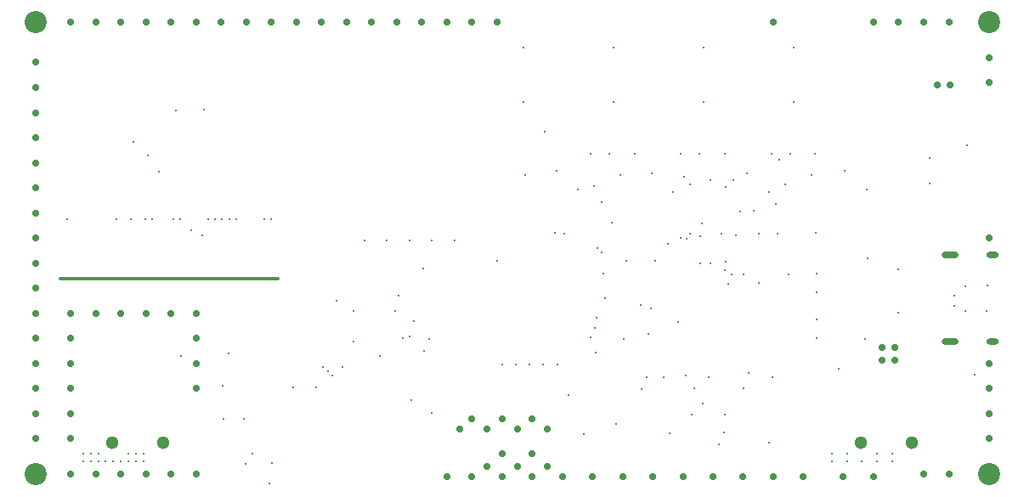
<source format=gbr>
%TF.GenerationSoftware,Altium Limited,Altium Designer,21.0.9 (235)*%
G04 Layer_Color=0*
%FSLAX45Y45*%
%MOMM*%
%TF.SameCoordinates,23D9C264-9E25-4532-ABEF-1D24AEF7D3CB*%
%TF.FilePolarity,Positive*%
%TF.FileFunction,Plated,1,4,PTH,Drill*%
%TF.Part,Single*%
G01*
G75*
%TA.AperFunction,ComponentDrill*%
%ADD156C,0.70000*%
%ADD157C,0.70000*%
%ADD158C,1.30000*%
%TA.AperFunction,OtherDrill,Pad Free-2 (2.5mm,2.5mm)*%
%ADD159C,2.20000*%
%TA.AperFunction,OtherDrill,Pad Free-2 (97.5mm,2.5mm)*%
%ADD160C,2.20000*%
%TA.AperFunction,OtherDrill,Pad Free-2 (97.5mm,47.5mm)*%
%ADD161C,2.20000*%
%TA.AperFunction,OtherDrill,Pad Free-2 (2.5mm,47.5mm)*%
%ADD162C,2.20000*%
%TA.AperFunction,ComponentDrill*%
%ADD163O,1.20000X0.60000*%
%ADD164O,1.70000X0.60000*%
%ADD165O,22.00000X0.40000*%
%TA.AperFunction,ViaDrill,NotFilled*%
%ADD166C,0.30000*%
%ADD167C,0.71120*%
D156*
X8686500Y1513500D02*
D03*
X8813500D02*
D03*
X8686500Y1386500D02*
D03*
X8813500D02*
D03*
D157*
X9363500Y4125000D02*
D03*
X9236500D02*
D03*
D158*
X8476000Y558800D02*
D03*
X8984000D02*
D03*
X1016000D02*
D03*
X1524000D02*
D03*
D159*
X250000Y250000D02*
D03*
D160*
X9750000D02*
D03*
D161*
Y4750000D02*
D03*
D162*
X250000D02*
D03*
D163*
X9782000Y1568000D02*
D03*
Y2432000D02*
D03*
D164*
X9364000D02*
D03*
Y1568000D02*
D03*
D165*
X1584500Y2197600D02*
D03*
D166*
X7155180Y2141220D02*
D03*
X9158180Y3146000D02*
D03*
X9160300Y3400000D02*
D03*
X9531140Y3527000D02*
D03*
X8516620Y1590040D02*
D03*
X8532940Y3082500D02*
D03*
X7555840Y3057500D02*
D03*
X7203440Y3180080D02*
D03*
X6605880Y3057500D02*
D03*
X5657500Y3082500D02*
D03*
X8250000Y1300000D02*
D03*
X8185000Y450000D02*
D03*
X8335000D02*
D03*
X8185000Y375000D02*
D03*
X8335000D02*
D03*
X8485000D02*
D03*
X8635000D02*
D03*
X8785000Y450000D02*
D03*
X8635000D02*
D03*
X8785000Y375000D02*
D03*
X1325000D02*
D03*
X1175000Y450000D02*
D03*
X1250000D02*
D03*
X1325000D02*
D03*
X1250000Y375000D02*
D03*
X1175000D02*
D03*
X1100000D02*
D03*
X1025000D02*
D03*
X950000D02*
D03*
X875000D02*
D03*
X800000D02*
D03*
X725000D02*
D03*
X875000Y450000D02*
D03*
X800000D02*
D03*
X725000D02*
D03*
X2327500Y800000D02*
D03*
X2122500D02*
D03*
X7660000Y3380000D02*
D03*
X8542500Y2397500D02*
D03*
X5890000Y2957500D02*
D03*
X5992500Y2755000D02*
D03*
X1225000Y3557500D02*
D03*
X1372500Y3420000D02*
D03*
X1925000Y3877500D02*
D03*
X1650000Y3875000D02*
D03*
X7063100Y546900D02*
D03*
X7557500Y560000D02*
D03*
X7359969Y1256446D02*
D03*
X6887500Y2747500D02*
D03*
X6739189Y2590458D02*
D03*
X6675000Y2601510D02*
D03*
X6140000Y2372500D02*
D03*
X5927500Y2000000D02*
D03*
X5560202Y1032500D02*
D03*
X6957502Y1210203D02*
D03*
X9605000Y1235202D02*
D03*
X8842502Y1860205D02*
D03*
Y2289800D02*
D03*
X8019999Y3439800D02*
D03*
X7767498D02*
D03*
X7582499D02*
D03*
X7120001D02*
D03*
X6867500D02*
D03*
X6682501D02*
D03*
X6219998D02*
D03*
X5967501D02*
D03*
X5782498D02*
D03*
X5320000Y3660201D02*
D03*
X5130002Y3227299D02*
D03*
X5439797Y3267502D02*
D03*
X6079998Y3227299D02*
D03*
X6389796Y3242502D02*
D03*
X6709999Y3209798D02*
D03*
X7339800Y3242502D02*
D03*
X7979999Y3227299D02*
D03*
X8314799Y3267502D02*
D03*
X8022422Y2654899D02*
D03*
X6727100Y1227500D02*
D03*
X6815000Y1100000D02*
D03*
X7302500D02*
D03*
X6032297Y750001D02*
D03*
X5785201Y1607500D02*
D03*
X5910204Y2242500D02*
D03*
X7592502Y1210203D02*
D03*
X6507500D02*
D03*
X7267499Y2860203D02*
D03*
X7082500Y2639797D02*
D03*
X7642499D02*
D03*
X7457501D02*
D03*
X5832500Y1460200D02*
D03*
X6785204Y842498D02*
D03*
X6564798Y657499D02*
D03*
X5839800Y1805000D02*
D03*
X6114796Y1594998D02*
D03*
X5710204Y645003D02*
D03*
X8037500Y1602500D02*
D03*
Y1792500D02*
D03*
X7757500Y2237500D02*
D03*
X8037500Y2057500D02*
D03*
Y2242500D02*
D03*
X3911600Y1600200D02*
D03*
X3864970Y2029460D02*
D03*
X1478280Y3258820D02*
D03*
X6873240Y2347870D02*
D03*
X5847080Y2500270D02*
D03*
X5890260Y2458720D02*
D03*
X6972300Y2346960D02*
D03*
X6288099Y1091259D02*
D03*
X6337300Y1216660D02*
D03*
X6654800Y1765300D02*
D03*
X6774180Y3131820D02*
D03*
X5819140Y3119120D02*
D03*
X6423660Y2374900D02*
D03*
X6550660Y2545080D02*
D03*
X6769100Y2639800D02*
D03*
X5521661Y2646320D02*
D03*
X7127240Y3106420D02*
D03*
X7724140Y3130910D02*
D03*
X6875780Y2616200D02*
D03*
X7625080Y2938780D02*
D03*
X7226300Y2628900D02*
D03*
X7406640Y2872740D02*
D03*
X7124700Y2362200D02*
D03*
X7455398Y2149963D02*
D03*
X7122160Y2279460D02*
D03*
X7307580Y2237740D02*
D03*
X7188030Y2237910D02*
D03*
X6378310Y1899550D02*
D03*
X6283960Y1930400D02*
D03*
X6972300Y3180080D02*
D03*
X9730800Y1869440D02*
D03*
X9731948Y2124338D02*
D03*
X9514840Y2120900D02*
D03*
X6355080Y1648460D02*
D03*
X5824220Y1701800D02*
D03*
X4173530Y1592270D02*
D03*
X7117080Y840740D02*
D03*
X7106920Y660400D02*
D03*
X3305699Y1315000D02*
D03*
X1700000Y1425000D02*
D03*
X4424680Y2575560D02*
D03*
X5427980Y2654300D02*
D03*
X3246120Y1978660D02*
D03*
X3205480Y1229360D02*
D03*
X4196080Y858520D02*
D03*
X3116183Y1318260D02*
D03*
X3162300Y1272540D02*
D03*
X2606040Y355600D02*
D03*
X3975000Y2575000D02*
D03*
X4200000D02*
D03*
X3750000D02*
D03*
X3525000D02*
D03*
X2341880Y353060D02*
D03*
X2410460Y449580D02*
D03*
X3683450Y1425200D02*
D03*
X5173980Y1338580D02*
D03*
X5311140D02*
D03*
X5036820D02*
D03*
X5448300D02*
D03*
X4899660D02*
D03*
X7807960Y3954780D02*
D03*
Y4500880D02*
D03*
X6911340Y3952240D02*
D03*
Y4498340D02*
D03*
X6009640Y3952240D02*
D03*
Y4498340D02*
D03*
X568960Y2786380D02*
D03*
X1059180D02*
D03*
X1201420D02*
D03*
X1343660D02*
D03*
X1409700D02*
D03*
X1620520D02*
D03*
X1689100D02*
D03*
X1968500D02*
D03*
X2039620D02*
D03*
X2110740D02*
D03*
X2600960D02*
D03*
X2529840D02*
D03*
X2250440D02*
D03*
X2179320D02*
D03*
X5110480Y4498340D02*
D03*
Y3952240D02*
D03*
X2176780Y1450340D02*
D03*
X4018280Y1767840D02*
D03*
X3830320Y1877060D02*
D03*
X4853940Y2376640D02*
D03*
X9514840Y1871980D02*
D03*
X2583180Y152400D02*
D03*
X6901360Y954220D02*
D03*
X1798320Y2677160D02*
D03*
X1913890Y2622867D02*
D03*
X4117340Y2299780D02*
D03*
X4119880Y1474940D02*
D03*
X3992880Y988060D02*
D03*
X3975100Y1620520D02*
D03*
X3416300Y1874520D02*
D03*
X3416100Y1572340D02*
D03*
X3048000Y1107440D02*
D03*
X2821940D02*
D03*
X2115820Y1125220D02*
D03*
X9403440Y2024380D02*
D03*
X9405620Y1925320D02*
D03*
D167*
X4350000Y225000D02*
D03*
X4475000Y700000D02*
D03*
X5350000D02*
D03*
Y325000D02*
D03*
X5050000D02*
D03*
X4750000D02*
D03*
X5050000Y700000D02*
D03*
X4750000D02*
D03*
X4900000Y450000D02*
D03*
X5200000D02*
D03*
Y800000D02*
D03*
X4900000D02*
D03*
X4600000D02*
D03*
X8600000Y225000D02*
D03*
X8300000D02*
D03*
X9750000Y1100000D02*
D03*
Y850000D02*
D03*
Y600000D02*
D03*
X9100000Y250000D02*
D03*
X9350000D02*
D03*
X9750000Y1350000D02*
D03*
Y2600000D02*
D03*
Y4150000D02*
D03*
Y4400000D02*
D03*
X1850000Y1100000D02*
D03*
Y1350000D02*
D03*
Y1600000D02*
D03*
Y1850000D02*
D03*
X1600000D02*
D03*
X1350000D02*
D03*
X1100000D02*
D03*
X850000D02*
D03*
X600000D02*
D03*
Y1600000D02*
D03*
Y1350000D02*
D03*
Y1100000D02*
D03*
Y850000D02*
D03*
Y600000D02*
D03*
Y250000D02*
D03*
X850000D02*
D03*
X1100000D02*
D03*
X1350000D02*
D03*
X1600000D02*
D03*
X1850000D02*
D03*
X8600000Y4750000D02*
D03*
X8850000D02*
D03*
X9100000D02*
D03*
X9350000D02*
D03*
X4600000D02*
D03*
X4850000D02*
D03*
X7600000D02*
D03*
X600000D02*
D03*
X850000D02*
D03*
X1100000D02*
D03*
X1350000D02*
D03*
X1600000D02*
D03*
X1850000D02*
D03*
X2100000D02*
D03*
X2350000D02*
D03*
X2600000D02*
D03*
X2850000D02*
D03*
X3100000D02*
D03*
X3350000D02*
D03*
X3600000D02*
D03*
X3850000D02*
D03*
X4100000D02*
D03*
X4350000D02*
D03*
X250000Y4350000D02*
D03*
Y4100000D02*
D03*
Y3850000D02*
D03*
Y3600000D02*
D03*
Y3350000D02*
D03*
Y3100000D02*
D03*
Y2850000D02*
D03*
Y2600000D02*
D03*
Y2350000D02*
D03*
Y2100000D02*
D03*
Y1850000D02*
D03*
Y1600000D02*
D03*
Y1350000D02*
D03*
Y1100000D02*
D03*
Y850000D02*
D03*
Y600000D02*
D03*
X4600000Y225000D02*
D03*
X4900000D02*
D03*
X5200000D02*
D03*
X5500000D02*
D03*
X5800000D02*
D03*
X6100000D02*
D03*
X6400000D02*
D03*
X6700000D02*
D03*
X7000000D02*
D03*
X7300000D02*
D03*
X7600000D02*
D03*
X7900000D02*
D03*
%TF.MD5,6db515906d078364992bac09055aff20*%
M02*

</source>
